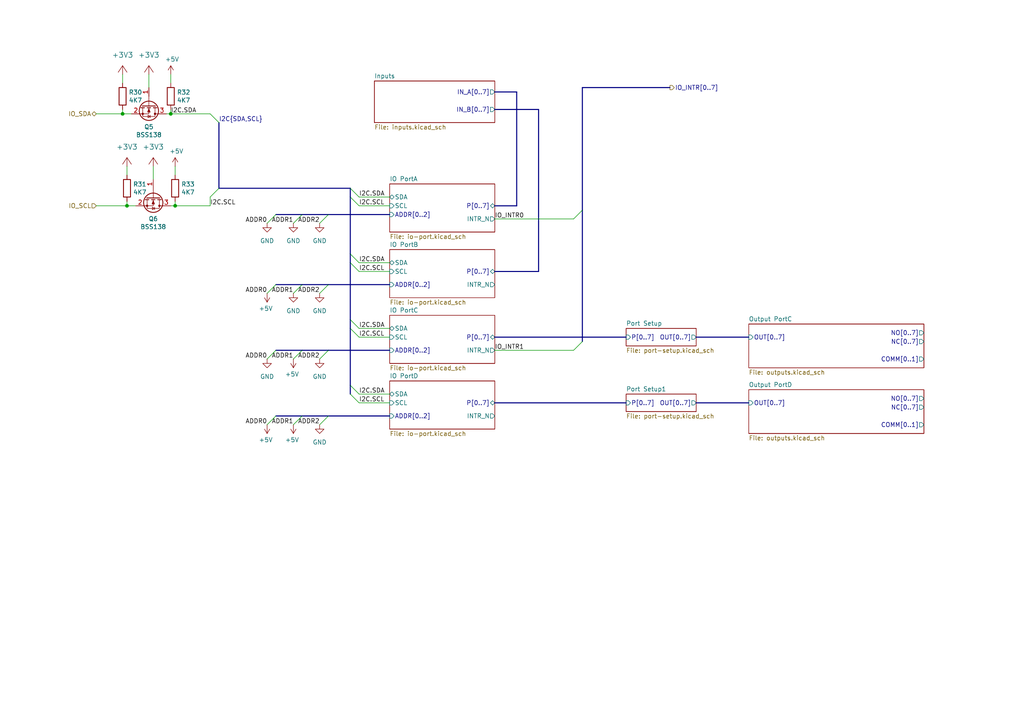
<source format=kicad_sch>
(kicad_sch (version 20250114) (generator "eeschema") (generator_version "9.0")
  (paper "A4")
  (lib_symbols
    (symbol "Device:R" (pin_numbers (hide yes)) (pin_names (offset 0))
      (property "Reference" "R" (at 2.032 0 90))
      (property "Value" "R" (at 0 0 90))
      (symbol "R_0_1"
        (rectangle (start -1.016 -2.54) (end 1.016 2.54) (stroke (width 0.254)))
      )
      (symbol "R_1_1"
        (pin passive line (at 0 3.81 270) (length 1.27) (name "~") (number "1"))
        (pin passive line (at 0 -3.81 90) (length 1.27) (name "~") (number "2"))
      )
    )
    (symbol "FleetMate_A_Rev03-eagle-import:+3V3" (power) (pin_names (offset 1.016))
      (property "Value" "FleetMate_A_Rev03-eagle-import_+3V3" (at -2.54 -5.08 90))
      (symbol "+3V3_1_0"
        (polyline (pts (xy 0 0) (xy -1.27 -1.905)))
        (polyline (pts (xy 1.27 -1.905) (xy 0 0)))
        (pin power_in line (at 0 -2.54 90) (length 2.54) (name "+3V3") (number "1"))
      )
    )
    (symbol "Transistor_FET:BSS138" (pin_names (offset 0) (hide yes))
      (property "Reference" "Q" (at 5.08 1.905 0))
      (property "Value" "BSS138" (at 5.08 0 0))
      (symbol "BSS138_0_1"
        (polyline (pts (xy 0.254 1.905) (xy 0.254 -1.905)) (stroke (width 0.254)))
        (polyline (pts (xy 0.254 0) (xy -2.54 0)))
        (polyline (pts (xy 0.762 2.286) (xy 0.762 1.27)) (stroke (width 0.254)))
        (polyline (pts (xy 0.762 0.508) (xy 0.762 -0.508)) (stroke (width 0.254)))
        (polyline (pts (xy 0.762 -1.27) (xy 0.762 -2.286)) (stroke (width 0.254)))
        (polyline (pts (xy 0.762 -1.778) (xy 3.302 -1.778) (xy 3.302 1.778) (xy 0.762 1.778)))
        (polyline (pts (xy 1.016 0) (xy 2.032 0.381) (xy 2.032 -0.381) (xy 1.016 0)) (fill (type outline)))
        (circle (center 1.651 0) (radius 2.794) (stroke (width 0.254)))
        (polyline (pts (xy 2.54 2.54) (xy 2.54 1.778)))
        (circle (center 2.54 1.778) (radius 0.254) (fill (type outline)))
        (circle (center 2.54 -1.778) (radius 0.254) (fill (type outline)))
        (polyline (pts (xy 2.54 -2.54) (xy 2.54 0) (xy 0.762 0)))
        (polyline (pts (xy 2.921 0.381) (xy 3.683 0.381)))
        (polyline (pts (xy 3.302 0.381) (xy 2.921 -0.254) (xy 3.683 -0.254) (xy 3.302 0.381)))
      )
      (symbol "BSS138_1_1"
        (pin input line (at -5.08 0 0) (length 2.54) (name "G") (number "1"))
        (pin passive line (at 2.54 5.08 270) (length 2.54) (name "D") (number "3"))
        (pin passive line (at 2.54 -5.08 90) (length 2.54) (name "S") (number "2"))
      )
    )
    (symbol "power:+5V" (power) (pin_numbers (hide yes)) (pin_names (offset 0) (hide yes))
      (property "Value" "+5V" (at 0 3.556 0))
      (symbol "+5V_0_1"
        (polyline (pts (xy -0.762 1.27) (xy 0 2.54)))
        (polyline (pts (xy 0 2.54) (xy 0.762 1.27)))
        (polyline (pts (xy 0 0) (xy 0 2.54)))
      )
      (symbol "+5V_1_1"
        (pin power_in line (at 0 0 90) (length 0) (name "~") (number "1"))
      )
    )
    (symbol "power:GND" (power) (pin_numbers (hide yes)) (pin_names (offset 0) (hide yes))
      (property "Value" "GND" (at 0 -3.81 0))
      (symbol "GND_0_1"
        (polyline (pts (xy 0 0) (xy 0 -1.27) (xy 1.27 -1.27) (xy 0 -2.54) (xy -1.27 -1.27) (xy 0 -1.27)))
      )
      (symbol "GND_1_1"
        (pin power_in line (at 0 0 270) (length 0) (name "~") (number "1"))
      )
    )
  )
  (junction (at 49.53 33.02))
  (junction (at 50.8 59.69))
  (junction (at 36.83 59.69))
  (junction (at 35.56 33.02))
  (bus_entry (at 87.63 62.23) (size -2.54 2.54))
  (bus_entry (at 87.63 101.6) (size -2.54 2.54))
  (bus_entry (at 168.91 60.96) (size -2.54 2.54))
  (bus_entry (at 101.6 114.3) (size 2.54 2.54))
  (bus_entry (at 95.25 62.23) (size -2.54 2.54))
  (bus_entry (at 87.63 120.65) (size -2.54 2.54))
  (bus_entry (at 101.6 57.15) (size 2.54 2.54))
  (bus_entry (at 101.6 95.25) (size 2.54 2.54))
  (bus_entry (at 87.63 82.55) (size -2.54 2.54))
  (bus_entry (at 95.25 120.65) (size -2.54 2.54))
  (bus_entry (at 101.6 76.2) (size 2.54 2.54))
  (bus_entry (at 101.6 73.66) (size 2.54 2.54))
  (bus_entry (at 101.6 92.71) (size 2.54 2.54))
  (bus_entry (at 80.01 101.6) (size -2.54 2.54))
  (bus_entry (at 101.6 54.61) (size 2.54 2.54))
  (bus_entry (at 101.6 111.76) (size 2.54 2.54))
  (bus_entry (at 95.25 101.6) (size -2.54 2.54))
  (bus_entry (at 168.91 99.06) (size -2.54 2.54))
  (bus_entry (at 80.01 62.23) (size -2.54 2.54))
  (bus_entry (at 63.5 35.56) (size -2.54 -2.54))
  (bus_entry (at 95.25 82.55) (size -2.54 2.54))
  (bus_entry (at 80.01 120.65) (size -2.54 2.54))
  (bus_entry (at 63.5 54.61) (size -2.54 2.54))
  (bus_entry (at 80.01 82.55) (size -2.54 2.54))
  (bus (pts (xy 101.6 111.76) (xy 101.6 114.3)))
  (bus (pts (xy 201.93 97.79) (xy 217.17 97.79)))
  (bus (pts (xy 168.91 60.96) (xy 168.91 99.06)))
  (bus (pts (xy 95.25 62.23) (xy 113.03 62.23)))
  (wire (pts (xy 104.14 59.69) (xy 113.03 59.69)))
  (wire (pts (xy 104.14 116.84) (xy 113.03 116.84)))
  (wire (pts (xy 44.45 48.26) (xy 44.45 52.07)))
  (wire (pts (xy 143.51 63.5) (xy 166.37 63.5)))
  (wire (pts (xy 104.14 97.79) (xy 113.03 97.79)))
  (wire (pts (xy 49.53 31.75) (xy 49.53 33.02)))
  (bus (pts (xy 149.86 59.69) (xy 143.51 59.69)))
  (bus (pts (xy 63.5 35.56) (xy 63.5 54.61)))
  (wire (pts (xy 60.96 57.15) (xy 60.96 59.69)))
  (bus (pts (xy 80.01 120.65) (xy 87.63 120.65)))
  (wire (pts (xy 104.14 78.74) (xy 113.03 78.74)))
  (bus (pts (xy 101.6 76.2) (xy 101.6 92.71)))
  (wire (pts (xy 36.83 59.69) (xy 39.37 59.69)))
  (wire (pts (xy 49.53 24.13) (xy 49.53 21.59)))
  (bus (pts (xy 63.5 54.61) (xy 101.6 54.61)))
  (bus (pts (xy 201.93 116.84) (xy 217.17 116.84)))
  (bus (pts (xy 87.63 101.6) (xy 95.25 101.6)))
  (bus (pts (xy 95.25 120.65) (xy 113.03 120.65)))
  (bus (pts (xy 143.51 78.74) (xy 156.21 78.74)))
  (bus (pts (xy 95.25 82.55) (xy 113.03 82.55)))
  (bus (pts (xy 80.01 62.23) (xy 87.63 62.23)))
  (wire (pts (xy 36.83 50.8) (xy 36.83 48.26)))
  (wire (pts (xy 50.8 59.69) (xy 60.96 59.69)))
  (bus (pts (xy 143.51 97.79) (xy 181.61 97.79)))
  (wire (pts (xy 166.37 101.6) (xy 143.51 101.6)))
  (wire (pts (xy 35.56 33.02) (xy 38.1 33.02)))
  (bus (pts (xy 87.63 82.55) (xy 95.25 82.55)))
  (wire (pts (xy 104.14 114.3) (xy 113.03 114.3)))
  (wire (pts (xy 43.18 21.59) (xy 43.18 25.4)))
  (wire (pts (xy 49.53 59.69) (xy 50.8 59.69)))
  (bus (pts (xy 156.21 31.75) (xy 143.51 31.75)))
  (bus (pts (xy 168.91 25.4) (xy 168.91 60.96)))
  (bus (pts (xy 101.6 95.25) (xy 101.6 111.76)))
  (bus (pts (xy 101.6 57.15) (xy 101.6 73.66)))
  (wire (pts (xy 104.14 76.2) (xy 113.03 76.2)))
  (bus (pts (xy 101.6 92.71) (xy 101.6 95.25)))
  (bus (pts (xy 87.63 62.23) (xy 95.25 62.23)))
  (bus (pts (xy 101.6 73.66) (xy 101.6 76.2)))
  (wire (pts (xy 35.56 31.75) (xy 35.56 33.02)))
  (wire (pts (xy 50.8 50.8) (xy 50.8 48.26)))
  (bus (pts (xy 95.25 101.6) (xy 113.03 101.6)))
  (bus (pts (xy 80.01 101.6) (xy 87.63 101.6)))
  (wire (pts (xy 35.56 21.59) (xy 35.56 24.13)))
  (bus (pts (xy 143.51 116.84) (xy 181.61 116.84)))
  (bus (pts (xy 80.01 82.55) (xy 87.63 82.55)))
  (wire (pts (xy 104.14 57.15) (xy 113.03 57.15)))
  (bus (pts (xy 143.51 26.67) (xy 149.86 26.67)))
  (wire (pts (xy 36.83 59.69) (xy 27.94 59.69)))
  (bus (pts (xy 149.86 26.67) (xy 149.86 59.69)))
  (bus (pts (xy 194.31 25.4) (xy 168.91 25.4)))
  (bus (pts (xy 156.21 78.74) (xy 156.21 31.75)))
  (wire (pts (xy 35.56 33.02) (xy 27.94 33.02)))
  (wire (pts (xy 104.14 95.25) (xy 113.03 95.25)))
  (bus (pts (xy 87.63 120.65) (xy 95.25 120.65)))
  (wire (pts (xy 60.96 33.02) (xy 49.53 33.02)))
  (wire (pts (xy 48.26 33.02) (xy 49.53 33.02)))
  (bus (pts (xy 101.6 54.61) (xy 101.6 57.15)))
  (wire (pts (xy 36.83 58.42) (xy 36.83 59.69)))
  (wire (pts (xy 50.8 58.42) (xy 50.8 59.69)))
  (label "I2C.SDA" (at 104.14 76.2 0))
  (label "IO_INTR1" (at 143.51 101.6 0))
  (label "ADDR2" (at 92.71 85.09 180))
  (label "I2C.SCL" (at 104.14 78.74 0))
  (label "ADDR1" (at 85.09 123.19 180))
  (label "ADDR2" (at 92.71 123.19 180))
  (label "ADDR0" (at 77.47 64.77 180))
  (label "I2C.SDA" (at 104.14 57.15 0))
  (label "ADDR0" (at 77.47 85.09 180))
  (label "ADDR0" (at 77.47 123.19 180))
  (label "I2C.SDA" (at 104.14 95.25 0))
  (label "ADDR1" (at 85.09 104.14 180))
  (label "IO_INTR0" (at 143.51 63.5 0))
  (label "ADDR1" (at 85.09 64.77 180))
  (label "I2C{SDA,SCL}" (at 63.5 35.56 0))
  (label "I2C.SCL" (at 104.14 116.84 0))
  (label "ADDR1" (at 85.09 85.09 180))
  (label "I2C.SCL" (at 104.14 59.69 0))
  (label "ADDR0" (at 77.47 104.14 180))
  (label "ADDR2" (at 92.71 104.14 180))
  (label "I2C.SCL" (at 60.96 59.69 0))
  (label "I2C.SCL" (at 104.14 97.79 0))
  (label "I2C.SDA" (at 49.53 33.02 0))
  (label "I2C.SDA" (at 104.14 114.3 0))
  (label "ADDR2" (at 92.71 64.77 180))
  (hierarchical_label "IO_SCL" (shape input) (at 27.94 59.69 180))
  (hierarchical_label "IO_INTR[0..7]" (shape output) (at 194.31 25.4 0))
  (hierarchical_label "IO_SDA" (shape bidirectional) (at 27.94 33.02 180))
  (symbol (lib_id "FleetMate_A_Rev03-eagle-import:+3V3") (at 44.45 45.72 0) (unit 1)
    (property "Reference" "#+3V04" (effects (hide yes)))
    (property "Value" "+3V3" (at 44.45 42.6212 0) (effects (font (size 1.4986 1.4986))))
  )
  (symbol (lib_id "FleetMate_A_Rev03-eagle-import:+3V3") (at 43.18 19.05 0) (unit 1)
    (property "Reference" "#+3V03" (effects (hide yes)))
    (property "Value" "+3V3" (at 43.18 15.9512 0) (effects (font (size 1.4986 1.4986))))
  )
  (symbol (lib_id "Device:R") (at 35.56 27.94 0) (unit 1)
    (property "Reference" "R30" (at 37.338 26.7716 0) (effects (justify left)))
    (property "Value" "4K7" (at 37.338 29.083 0) (effects (justify left)))
    (property "Footprint" "Resistor_SMD:R_0603_1608Metric" (effects (hide yes)))
  )
  (symbol (lib_id "Device:R") (at 36.83 54.61 0) (unit 1)
    (property "Reference" "R31" (at 38.608 53.4416 0) (effects (justify left)))
    (property "Value" "4K7" (at 38.608 55.753 0) (effects (justify left)))
    (property "Footprint" "Resistor_SMD:R_0603_1608Metric" (effects (hide yes)))
  )
  (symbol (lib_id "FleetMate_A_Rev03-eagle-import:+3V3") (at 35.56 19.05 0) (unit 1)
    (property "Reference" "#+3V01" (effects (hide yes)))
    (property "Value" "+3V3" (at 35.56 15.9512 0) (effects (font (size 1.4986 1.4986))))
  )
  (symbol (lib_id "FleetMate_A_Rev03-eagle-import:+3V3") (at 36.83 45.72 0) (unit 1)
    (property "Reference" "#+3V02" (effects (hide yes)))
    (property "Value" "+3V3" (at 36.83 42.6212 0) (effects (font (size 1.4986 1.4986))))
  )
  (symbol (lib_id "Device:R") (at 50.8 54.61 0) (unit 1)
    (property "Reference" "R33" (at 52.578 53.4416 0) (effects (justify left)))
    (property "Value" "4K7" (at 52.578 55.753 0) (effects (justify left)))
    (property "Footprint" "Resistor_SMD:R_0603_1608Metric" (effects (hide yes)))
  )
  (symbol (lib_id "Device:R") (at 49.53 27.94 0) (unit 1)
    (property "Reference" "R32" (at 51.308 26.7716 0) (effects (justify left)))
    (property "Value" "4K7" (at 51.308 29.083 0) (effects (justify left)))
    (property "Footprint" "Resistor_SMD:R_0603_1608Metric" (effects (hide yes)))
  )
  (symbol (lib_id "power:+5V") (at 50.8 48.26 0) (unit 1)
    (property "Reference" "#PWR025" (effects (hide yes)))
    (property "Value" "+5V" (at 51.181 43.8658 0))
  )
  (symbol (lib_id "power:+5V") (at 49.53 21.59 0) (unit 1)
    (property "Reference" "#PWR024" (effects (hide yes)))
    (property "Value" "+5V" (at 49.911 17.1958 0))
  )
  (symbol (lib_id "power:GND") (at 92.71 85.09 0) (mirror y) (unit 1)
    (property "Reference" "#PWR035" (effects (hide yes)))
    (property "Value" "GND" (at 92.71 90.17 0))
    (property "Description" "Power symbol creates a global label with name \"GND\" , ground" (effects (hide yes)))
  )
  (symbol (lib_id "power:GND") (at 92.71 64.77 0) (mirror y) (unit 1)
    (property "Reference" "#PWR034" (effects (hide yes)))
    (property "Value" "GND" (at 92.71 69.85 0))
    (property "Description" "Power symbol creates a global label with name \"GND\" , ground" (effects (hide yes)))
  )
  (symbol (lib_id "power:GND") (at 77.47 64.77 0) (unit 1)
    (property "Reference" "#PWR026" (effects (hide yes)))
    (property "Value" "GND" (at 77.47 69.85 0))
    (property "Description" "Power symbol creates a global label with name \"GND\" , ground" (effects (hide yes)))
  )
  (symbol (lib_id "power:+5V") (at 77.47 123.19 180) (unit 1)
    (property "Reference" "#PWR029" (effects (hide yes)))
    (property "Value" "+5V" (at 77.089 127.5842 0))
  )
  (symbol (lib_id "power:GND") (at 85.09 64.77 0) (unit 1)
    (property "Reference" "#PWR030" (effects (hide yes)))
    (property "Value" "GND" (at 85.09 69.85 0))
    (property "Description" "Power symbol creates a global label with name \"GND\" , ground" (effects (hide yes)))
  )
  (symbol (lib_id "power:GND") (at 85.09 85.09 0) (unit 1)
    (property "Reference" "#PWR031" (effects (hide yes)))
    (property "Value" "GND" (at 85.09 90.17 0))
    (property "Description" "Power symbol creates a global label with name \"GND\" , ground" (effects (hide yes)))
  )
  (symbol (lib_id "power:GND") (at 77.47 104.14 0) (unit 1)
    (property "Reference" "#PWR028" (effects (hide yes)))
    (property "Value" "GND" (at 77.47 109.22 0))
    (property "Description" "Power symbol creates a global label with name \"GND\" , ground" (effects (hide yes)))
  )
  (symbol (lib_id "power:GND") (at 92.71 123.19 0) (mirror y) (unit 1)
    (property "Reference" "#PWR037" (effects (hide yes)))
    (property "Value" "GND" (at 92.71 128.27 0))
    (property "Description" "Power symbol creates a global label with name \"GND\" , ground" (effects (hide yes)))
  )
  (symbol (lib_id "power:GND") (at 92.71 104.14 0) (mirror y) (unit 1)
    (property "Reference" "#PWR036" (effects (hide yes)))
    (property "Value" "GND" (at 92.71 109.22 0))
    (property "Description" "Power symbol creates a global label with name \"GND\" , ground" (effects (hide yes)))
  )
  (symbol (lib_id "Transistor_FET:BSS138") (at 43.18 30.48 270) (unit 1)
    (property "Reference" "Q5" (at 43.18 36.8046 90))
    (property "Value" "BSS138" (at 43.18 39.116 90))
    (property "Footprint" "Package_TO_SOT_SMD:SOT-23" (effects (hide yes)))
    (property "Datasheet" "https://www.onsemi.com/pub/Collateral/BSS138-D.PDF" (effects (hide yes)))
  )
  (symbol (lib_id "power:+5V") (at 85.09 104.14 180) (unit 1)
    (property "Reference" "#PWR032" (effects (hide yes)))
    (property "Value" "+5V" (at 84.709 108.5342 0))
  )
  (symbol (lib_id "power:+5V") (at 77.47 85.09 180) (unit 1)
    (property "Reference" "#PWR027" (effects (hide yes)))
    (property "Value" "+5V" (at 77.089 89.4842 0))
  )
  (symbol (lib_id "power:+5V") (at 85.09 123.19 180) (unit 1)
    (property "Reference" "#PWR033" (effects (hide yes)))
    (property "Value" "+5V" (at 84.709 127.5842 0))
  )
  (symbol (lib_id "Transistor_FET:BSS138") (at 44.45 57.15 270) (unit 1)
    (property "Reference" "Q6" (at 44.45 63.4746 90))
    (property "Value" "BSS138" (at 44.45 65.786 90))
    (property "Footprint" "Package_TO_SOT_SMD:SOT-23" (effects (hide yes)))
    (property "Datasheet" "https://www.onsemi.com/pub/Collateral/BSS138-D.PDF" (effects (hide yes)))
  )
  (sheet (at 181.61 95.25) (size 20.32 5.08) (stroke (width 0.1524))
    (property "Sheetname" "Port Setup" (at 181.61 94.5384 0) (effects (justify left bottom)))
    (property "Sheetfile" "port-setup.kicad_sch" (at 181.61 100.9146 0) (effects (justify left top)))
    (pin "OUT[0..7]" output (at 201.93 97.79 0))
    (pin "P[0..7]" input (at 181.61 97.79 180))
  )
  (sheet (at 217.17 113.03) (size 50.8 12.7) (stroke (width 0.1524))
    (property "Sheetname" "Output PortD" (at 217.17 112.3184 0) (effects (justify left bottom)))
    (property "Sheetfile" "outputs.kicad_sch" (at 217.17 126.3146 0) (effects (justify left top)))
    (pin "COMM[0..1]" output (at 267.97 123.19 0))
    (pin "NC[0..7]" output (at 267.97 118.11 0))
    (pin "NO[0..7]" output (at 267.97 115.57 0))
    (pin "OUT[0..7]" input (at 217.17 116.84 180))
  )
  (sheet (at 113.03 110.49) (size 30.48 13.97) (stroke (width 0.1524))
    (property "Sheetname" "IO PortD" (at 113.03 109.7784 0) (effects (justify left bottom)))
    (property "Sheetfile" "io-port.kicad_sch" (at 113.03 125.0446 0) (effects (justify left top)))
    (pin "ADDR[0..2]" input (at 113.03 120.65 180))
    (pin "INTR_N" output (at 143.51 120.65 0))
    (pin "SCL" input (at 113.03 116.84 180))
    (pin "SDA" bidirectional (at 113.03 114.3 180))
    (pin "P[0..7]" bidirectional (at 143.51 116.84 0))
  )
  (sheet (at 217.17 93.98) (size 50.8 12.7) (stroke (width 0.1524))
    (property "Sheetname" "Output PortC" (at 217.17 93.2684 0) (effects (justify left bottom)))
    (property "Sheetfile" "outputs.kicad_sch" (at 217.17 107.2646 0) (effects (justify left top)))
    (pin "COMM[0..1]" output (at 267.97 104.14 0))
    (pin "NC[0..7]" output (at 267.97 99.06 0))
    (pin "NO[0..7]" output (at 267.97 96.52 0))
    (pin "OUT[0..7]" input (at 217.17 97.79 180))
  )
  (sheet (at 113.03 91.44) (size 30.48 13.97) (stroke (width 0.1524))
    (property "Sheetname" "IO PortC" (at 113.03 90.7284 0) (effects (justify left bottom)))
    (property "Sheetfile" "io-port.kicad_sch" (at 113.03 105.9946 0) (effects (justify left top)))
    (pin "ADDR[0..2]" input (at 113.03 101.6 180))
    (pin "INTR_N" output (at 143.51 101.6 0))
    (pin "SCL" input (at 113.03 97.79 180))
    (pin "SDA" bidirectional (at 113.03 95.25 180))
    (pin "P[0..7]" bidirectional (at 143.51 97.79 0))
  )
  (sheet (at 113.03 53.34) (size 30.48 13.97) (stroke (width 0.1524))
    (property "Sheetname" "IO PortA" (at 113.03 52.6284 0) (effects (justify left bottom)))
    (property "Sheetfile" "io-port.kicad_sch" (at 113.03 67.8946 0) (effects (justify left top)))
    (pin "ADDR[0..2]" input (at 113.03 62.23 180))
    (pin "INTR_N" output (at 143.51 63.5 0))
    (pin "SCL" input (at 113.03 59.69 180))
    (pin "SDA" bidirectional (at 113.03 57.15 180))
    (pin "P[0..7]" bidirectional (at 143.51 59.69 0))
  )
  (sheet (at 108.585 23.495) (size 34.925 12.065) (stroke (width 0.1524))
    (property "Sheetname" "Inputs" (at 108.585 22.7834 0) (effects (justify left bottom)))
    (property "Sheetfile" "inputs.kicad_sch" (at 108.585 36.1446 0) (effects (justify left top)))
    (pin "IN_A[0..7]" output (at 143.51 26.67 0))
    (pin "IN_B[0..7]" output (at 143.51 31.75 0))
  )
  (sheet (at 113.03 72.39) (size 30.48 13.97) (stroke (width 0.1524))
    (property "Sheetname" "IO PortB" (at 113.03 71.6784 0) (effects (justify left bottom)))
    (property "Sheetfile" "io-port.kicad_sch" (at 113.03 86.9446 0) (effects (justify left top)))
    (pin "ADDR[0..2]" input (at 113.03 82.55 180))
    (pin "INTR_N" output (at 143.51 82.55 0))
    (pin "SCL" input (at 113.03 78.74 180))
    (pin "SDA" bidirectional (at 113.03 76.2 180))
    (pin "P[0..7]" bidirectional (at 143.51 78.74 0))
  )
  (sheet (at 181.61 114.3) (size 20.32 5.08) (stroke (width 0.1524))
    (property "Sheetname" "Port Setup1" (at 181.61 113.5884 0) (effects (justify left bottom)))
    (property "Sheetfile" "port-setup.kicad_sch" (at 181.61 119.9646 0) (effects (justify left top)))
    (pin "OUT[0..7]" output (at 201.93 116.84 0))
    (pin "P[0..7]" input (at 181.61 116.84 180))
  )
)
</source>
